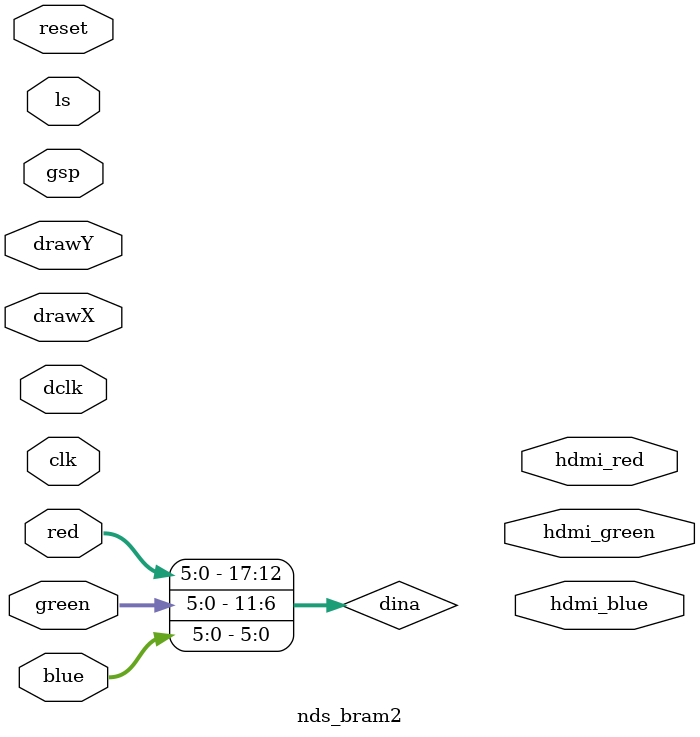
<source format=sv>
module nds_bram2(
    input logic [5:0] red, 
    input logic [5:0] green, 
    input logic [5:0] blue, // Pixel data from NDS
    input logic dclk,                   // Pixel clock
    input logic ls,                     // Line start
    input logic gsp,                    // Frame start
    input logic reset,                  // Active high reset
    input logic clk,                    // AXI clock

    output logic [5:0] hdmi_red, hdmi_green, hdmi_blue, // HDMI output
    input logic [9:0] drawX, drawY                     // HDMI draw coordinates
);

    // Internal BRAM control signals
    logic [17:0] dina;                 // Data input to BRAM (RGB packed into 24 bits)
    logic [17:0] doutb;                // Data output from BRAM (RGB packed into 24 bits)
    logic [15:0] addra, addrb;         // BRAM addresses (write/read)
    logic wea;                         // BRAM write enable

    // Pixel counter and address
    logic [15:0] pixel_count;          // Pixel counter for the NDS

    // Assign RGB to BRAM write data
    assign dina = {red, green, blue};  // Pack RGB into 24-bit format

    // Dual-port BRAM instantiation
    blk_mem_gen_0 bram (
        .addra(addra),     // Write address (Port A)
        .clka(clk),        // Write clock (Port A)
        .dina(dina),       // Data input (Port A)
        .douta(),          // Unused output (Port A)
        .ena(1'b1),        // Always enable Port A
        .wea(wea),         // Write enable (Port A)
        .addrb(addrb),     // Read address (Port B)
        .clkb(clk),        // Read clock (Port B)
        .dinb(24'b0),      // Unused input (Port B)
        .doutb(doutb),     // Data output (Port B)
        .enb(1'b1),        // Always enable Port B
        .web(1'b0)         // Write disabled for Port B
    );

    logic dclk_prev; // Previous state of dclk to detect edges

// Write Logic: Store pixel data from NDS into BRAM
always_ff @(posedge clk or posedge reset) begin
    if (reset) begin
        addra <= 0;
        pixel_count <= 0;
        wea <= 1'b0; // Disable writes
        dclk_prev <= 1'b0; // Initialize previous dclk state
    end else begin
        // Detect rising edge of dclk
        if (dclk && !dclk_prev) begin
            if (pixel_count < (256 * 192)) begin
                addra <= pixel_count;  // Set write address
                wea <= 1'b1;           // Enable write on next cycle
                pixel_count <= pixel_count + 1;
            end else begin
                // Stop writing after 256x192 pixels
                wea <= 1'b0;           // Disable writes
                pixel_count <= 0;      // Reset pixel count for next frame
                addra <= 0;
            end
        end else begin
            wea <= 1'b0; // Disable write when not on dclk rising edge
        end

        // Update previous dclk state
        dclk_prev <= dclk;
    end
end

    /*
    logic [17:0] doutb_delayed;

always_ff @(posedge clk or posedge reset) begin
    if (reset) begin
        doutb_delayed <= 18'b0;
    end else begin
        doutb_delayed <= doutb; // Register the BRAM output
    end
end

    
    always_ff @(posedge clk or posedge reset) begin
    if (reset) begin
        addrb <= 0;
        pixel_count <= 0;
        hdmi_red <= 6'b0;
        hdmi_green <= 6'b0;
        hdmi_blue <= 6'b0;
    end else begin
        // Check if coordinates are within the active display range
        if (drawX >= 192 && drawX < 448 && drawY >= 144 && drawY < 336) begin
            addrb <= (drawX - 192) + ((drawY - 144) * 256); // Calculate read address
            hdmi_red <= doutb_delayed[17:12]; // Assign output color based on BRAM data
            hdmi_green <= doutb_delayed[11:6];
            hdmi_blue <= doutb_delayed[5:0];
        end else begin
            // Output black (default color) for areas outside the active display
            hdmi_red <= 6'b000000;
            hdmi_green <= 6'b000000;
            hdmi_blue <= 6'b000000;
        end
    end
end*/


    // Read Logic: Fetch pixel data from BRAM for HDMI rendering
    always_comb begin
        // Compute BRAM read address based on HDMI draw coordinates
        
        /*if (drawX >= 192 && drawX <= 448 && drawY >= 144 && drawY <= 336) begin
            addrb = (drawX - 192) + ((drawY - 144) * 256);
            hdmi_red = doutb[17:12];
            hdmi_green = doutb[11:6];
            hdmi_blue = doutb[5:0];
        end else begin
            hdmi_red = 6'b000000;
            hdmi_green = 6'b000000;
            hdmi_blue = 6'b000000;
        end*/
    end

endmodule

</source>
